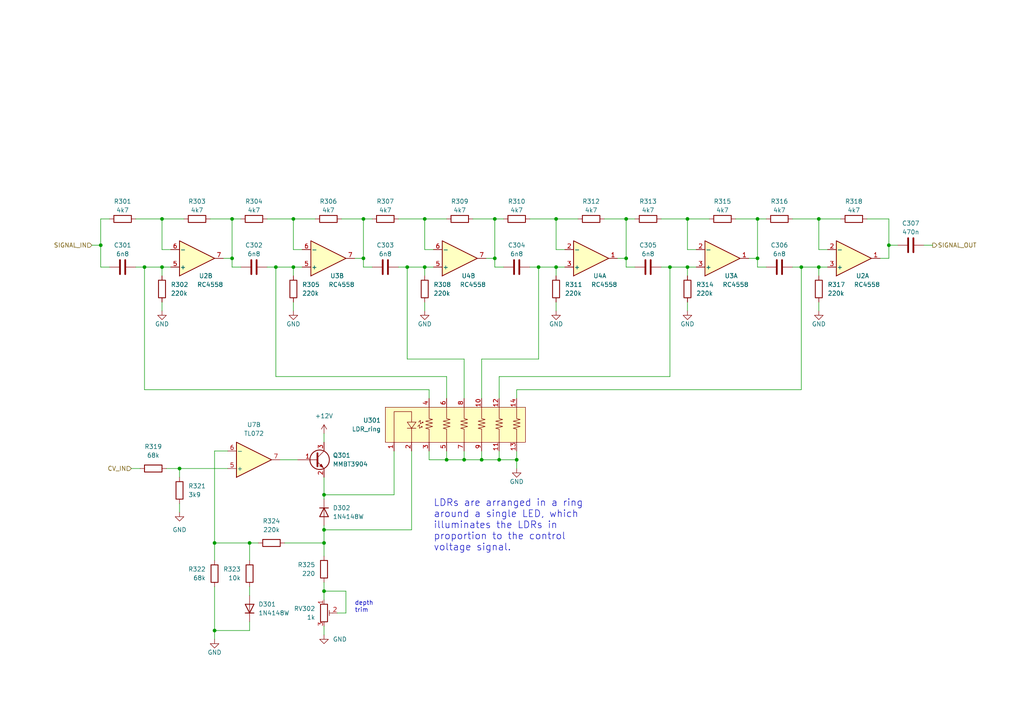
<source format=kicad_sch>
(kicad_sch (version 20211123) (generator eeschema)
  (paper "A4")
  (title_block (title "Phasor II Clone") (date "2022-10-15") (rev "0") (comment 2 "creativecommons.org/licenses/by/4.0/") (comment 3 "License: CC by 4.0: ") (comment 4 "Author: Jordan Aceto"))
  (lib_symbols
    (symbol "1N4148W_1" (pin_numbers hide) (pin_names hide)
      (property "Reference" "D" (at 0 2.54 0))
      (property "Value" "1N4148W_1" (at 0 -2.54 0))
      (symbol "1N4148W_1_0_1"
        (polyline (pts (xy -1.27 1.27) (xy -1.27 -1.27)) (stroke (width 0.254)))
        (polyline (pts (xy 1.27 0) (xy -1.27 0)))
        (polyline (pts (xy 1.27 1.27) (xy 1.27 -1.27) (xy -1.27 0) (xy 1.27 1.27)) (stroke (width 0.254)))
      )
      (symbol "1N4148W_1_1_1"
        (pin passive line (at -3.81 0 0) (length 2.54) (name "K") (number "1"))
        (pin passive line (at 3.81 0 180) (length 2.54) (name "A") (number "2"))
      )
    )
    (symbol "Amplifier_Operational:RC4558" (pin_names (offset 0.127))
      (property "Reference" "U" (at 0 5.08 0))
      (property "Value" "RC4558" (at 0 -5.08 0))
      (symbol "RC4558_1_1"
        (polyline (pts (xy -5.08 5.08) (xy 5.08 0) (xy -5.08 -5.08) (xy -5.08 5.08)) (stroke (width 0.254)) (fill (type background)))
        (pin output line (at 7.62 0 180) (length 2.54) (name "~") (number "1"))
        (pin input line (at -7.62 -2.54 0) (length 2.54) (name "-") (number "2"))
        (pin input line (at -7.62 2.54 0) (length 2.54) (name "+") (number "3"))
      )
      (symbol "RC4558_2_1"
        (polyline (pts (xy -5.08 5.08) (xy 5.08 0) (xy -5.08 -5.08) (xy -5.08 5.08)) (stroke (width 0.254)) (fill (type background)))
        (pin input line (at -7.62 2.54 0) (length 2.54) (name "+") (number "5"))
        (pin input line (at -7.62 -2.54 0) (length 2.54) (name "-") (number "6"))
        (pin output line (at 7.62 0 180) (length 2.54) (name "~") (number "7"))
      )
      (symbol "RC4558_3_1"
        (pin power_in line (at -2.54 -7.62 90) (length 3.81) (name "V-") (number "4"))
        (pin power_in line (at -2.54 7.62 270) (length 3.81) (name "V+") (number "8"))
      )
    )
    (symbol "Amplifier_Operational:TL072" (pin_names (offset 0.127))
      (property "Reference" "U" (at 0 5.08 0))
      (property "Value" "TL072" (at 0 -5.08 0))
      (symbol "TL072_1_1"
        (polyline (pts (xy -5.08 5.08) (xy 5.08 0) (xy -5.08 -5.08) (xy -5.08 5.08)) (stroke (width 0.254)) (fill (type background)))
        (pin output line (at 7.62 0 180) (length 2.54) (name "~") (number "1"))
        (pin input line (at -7.62 -2.54 0) (length 2.54) (name "-") (number "2"))
        (pin input line (at -7.62 2.54 0) (length 2.54) (name "+") (number "3"))
      )
      (symbol "TL072_2_1"
        (polyline (pts (xy -5.08 5.08) (xy 5.08 0) (xy -5.08 -5.08) (xy -5.08 5.08)) (stroke (width 0.254)) (fill (type background)))
        (pin input line (at -7.62 2.54 0) (length 2.54) (name "+") (number "5"))
        (pin input line (at -7.62 -2.54 0) (length 2.54) (name "-") (number "6"))
        (pin output line (at 7.62 0 180) (length 2.54) (name "~") (number "7"))
      )
      (symbol "TL072_3_1"
        (pin power_in line (at -2.54 -7.62 90) (length 3.81) (name "V-") (number "4"))
        (pin power_in line (at -2.54 7.62 270) (length 3.81) (name "V+") (number "8"))
      )
    )
    (symbol "Device:C" (pin_numbers hide) (pin_names (offset 0.254))
      (property "Reference" "C" (at 0.635 2.54 0))
      (property "Value" "C" (at 0.635 -2.54 0))
      (symbol "C_0_1"
        (polyline (pts (xy -2.032 -0.762) (xy 2.032 -0.762)) (stroke (width 0.508)))
        (polyline (pts (xy -2.032 0.762) (xy 2.032 0.762)) (stroke (width 0.508)))
      )
      (symbol "C_1_1"
        (pin passive line (at 0 3.81 270) (length 2.794) (name "~") (number "1"))
        (pin passive line (at 0 -3.81 90) (length 2.794) (name "~") (number "2"))
      )
    )
    (symbol "Device:R" (pin_numbers hide) (pin_names (offset 0))
      (property "Reference" "R" (at 2.032 0 90))
      (property "Value" "R" (at 0 0 90))
      (symbol "R_0_1"
        (rectangle (start -1.016 -2.54) (end 1.016 2.54) (stroke (width 0.254)))
      )
      (symbol "R_1_1"
        (pin passive line (at 0 3.81 270) (length 1.27) (name "~") (number "1"))
        (pin passive line (at 0 -3.81 90) (length 1.27) (name "~") (number "2"))
      )
    )
    (symbol "Device:R_Potentiometer_Trim" (pin_names (offset 1.016) hide)
      (property "Reference" "RV" (at -4.445 0 90))
      (property "Value" "R_Potentiometer_Trim" (at -2.54 0 90))
      (symbol "R_Potentiometer_Trim_0_1"
        (polyline (pts (xy 1.524 0.762) (xy 1.524 -0.762)))
        (polyline (pts (xy 2.54 0) (xy 1.524 0)))
        (rectangle (start 1.016 2.54) (end -1.016 -2.54) (stroke (width 0.254)))
      )
      (symbol "R_Potentiometer_Trim_1_1"
        (pin passive line (at 0 3.81 270) (length 1.27) (name "1") (number "1"))
        (pin passive line (at 3.81 0 180) (length 1.27) (name "2") (number "2"))
        (pin passive line (at 0 -3.81 90) (length 1.27) (name "3") (number "3"))
      )
    )
    (symbol "Diode:1N4148W" (pin_numbers hide) (pin_names hide)
      (property "Reference" "D" (at 0 2.54 0))
      (property "Value" "1N4148W" (at 0 -2.54 0))
      (symbol "1N4148W_0_1"
        (polyline (pts (xy -1.27 1.27) (xy -1.27 -1.27)) (stroke (width 0.254)))
        (polyline (pts (xy 1.27 0) (xy -1.27 0)))
        (polyline (pts (xy 1.27 1.27) (xy 1.27 -1.27) (xy -1.27 0) (xy 1.27 1.27)) (stroke (width 0.254)))
      )
      (symbol "1N4148W_1_1"
        (pin passive line (at -3.81 0 0) (length 2.54) (name "K") (number "1"))
        (pin passive line (at 3.81 0 180) (length 2.54) (name "A") (number "2"))
      )
    )
    (symbol "Transistor_BJT:MMBT3904" (pin_names (offset 0) hide)
      (property "Reference" "Q" (at 5.08 1.905 0))
      (property "Value" "MMBT3904" (at 5.08 0 0))
      (symbol "MMBT3904_0_1"
        (polyline (pts (xy 0.635 0.635) (xy 2.54 2.54)))
        (polyline (pts (xy 0.635 -0.635) (xy 2.54 -2.54) (xy 2.54 -2.54)))
        (polyline (pts (xy 0.635 1.905) (xy 0.635 -1.905) (xy 0.635 -1.905)) (stroke (width 0.508)))
        (polyline (pts (xy 1.27 -1.778) (xy 1.778 -1.27) (xy 2.286 -2.286) (xy 1.27 -1.778) (xy 1.27 -1.778)) (fill (type outline)))
        (circle (center 1.27 0) (radius 2.8194) (stroke (width 0.254)))
      )
      (symbol "MMBT3904_1_1"
        (pin input line (at -5.08 0 0) (length 5.715) (name "B") (number "1"))
        (pin passive line (at 2.54 -5.08 90) (length 2.54) (name "E") (number "2"))
        (pin passive line (at 2.54 5.08 270) (length 2.54) (name "C") (number "3"))
      )
    )
    (symbol "custom_symbols:LDR_ring"
      (property "Reference" "U" (at -13.97 10.16 0))
      (property "Value" "LDR_ring" (at -15.24 7.62 0))
      (symbol "LDR_ring_0_1"
        (rectangle (start -20.32 -5.08) (end 20.32 5.08) (fill (type background)))
        (polyline (pts (xy -12.7 -1.27) (xy -12.7 -5.08)))
        (polyline (pts (xy -12.7 -1.016) (xy -12.7 -1.27)))
        (polyline (pts (xy -12.7 1.27) (xy -12.7 0.762)))
        (polyline (pts (xy -11.43 -1.016) (xy -13.97 -1.016)))
        (polyline (pts (xy -12.7 1.27) (xy -12.7 3.81) (xy -17.78 3.81) (xy -17.78 -5.08)))
        (polyline (pts (xy -11.43 0.762) (xy -12.7 -1.016) (xy -13.97 0.762) (xy -11.43 0.762)))
        (polyline (pts (xy -10.922 -0.508) (xy -10.414 0) (xy -10.414 -1.016) (xy -9.652 -0.508)))
        (polyline (pts (xy -10.668 0.762) (xy -10.16 1.27) (xy -10.16 0.254) (xy -9.398 0.762)))
        (polyline (pts (xy -9.652 -0.508) (xy -9.652 -0.762) (xy -9.906 -0.508) (xy -9.652 -0.508)))
        (polyline (pts (xy -9.398 0.762) (xy -9.398 0.508) (xy -9.652 0.762) (xy -9.398 0.762)))
        (polyline (pts (xy -7.62 5.08) (xy -7.62 1.778) (xy -6.604 1.524) (xy -8.636 1.016) (xy -6.604 0.508) (xy -8.636 0) (xy -6.604 -0.508) (xy -8.636 -1.016) (xy -7.62 -1.27) (xy -7.62 -5.08)))
        (polyline (pts (xy -2.54 5.08) (xy -2.54 1.778) (xy -1.524 1.524) (xy -3.556 1.016) (xy -1.524 0.508) (xy -3.556 0) (xy -1.524 -0.508) (xy -3.556 -1.016) (xy -2.54 -1.27) (xy -2.54 -5.08)))
        (polyline (pts (xy 2.54 5.08) (xy 2.54 1.778) (xy 3.556 1.524) (xy 1.524 1.016) (xy 3.556 0.508) (xy 1.524 0) (xy 3.556 -0.508) (xy 1.524 -1.016) (xy 2.54 -1.27) (xy 2.54 -5.08)))
        (polyline (pts (xy 7.62 5.08) (xy 7.62 1.778) (xy 8.636 1.524) (xy 6.604 1.016) (xy 8.636 0.508) (xy 6.604 0) (xy 8.636 -0.508) (xy 6.604 -1.016) (xy 7.62 -1.27) (xy 7.62 -5.08)))
        (polyline (pts (xy 12.7 5.08) (xy 12.7 1.778) (xy 13.716 1.524) (xy 11.684 1.016) (xy 13.716 0.508) (xy 11.684 0) (xy 13.716 -0.508) (xy 11.684 -1.016) (xy 12.7 -1.27) (xy 12.7 -5.08)))
        (polyline (pts (xy 17.78 5.08) (xy 17.78 1.778) (xy 18.796 1.524) (xy 16.764 1.016) (xy 18.796 0.508) (xy 16.764 0) (xy 18.796 -0.508) (xy 16.764 -1.016) (xy 17.78 -1.27) (xy 17.78 -5.08)))
      )
      (symbol "LDR_ring_1_1"
        (pin passive line (at -17.78 -7.62 90) (length 2.54) (name "") (number "1"))
        (pin passive line (at 7.62 7.62 270) (length 2.54) (name "") (number "10"))
        (pin passive line (at 12.7 -7.62 90) (length 2.54) (name "") (number "11"))
        (pin passive line (at 12.7 7.62 270) (length 2.54) (name "") (number "12"))
        (pin passive line (at 17.78 -7.62 90) (length 2.54) (name "") (number "13"))
        (pin passive line (at 17.78 7.62 270) (length 2.54) (name "") (number "14"))
        (pin passive line (at -12.7 -7.62 90) (length 2.54) (name "") (number "2"))
        (pin passive line (at -7.62 -7.62 90) (length 2.54) (name "") (number "3"))
        (pin passive line (at -7.62 7.62 270) (length 2.54) (name "") (number "4"))
        (pin passive line (at -2.54 -7.62 90) (length 2.54) (name "") (number "5"))
        (pin passive line (at -2.54 7.62 270) (length 2.54) (name "") (number "6"))
        (pin passive line (at 2.54 -7.62 90) (length 2.54) (name "") (number "7"))
        (pin passive line (at 2.54 7.62 270) (length 2.54) (name "") (number "8"))
        (pin passive line (at 7.62 -7.62 90) (length 2.54) (name "") (number "9"))
      )
    )
    (symbol "power:+12V" (power) (pin_names (offset 0))
      (property "Value" "+12V" (at 0 3.556 0))
      (symbol "+12V_0_1"
        (polyline (pts (xy -0.762 1.27) (xy 0 2.54)))
        (polyline (pts (xy 0 0) (xy 0 2.54)))
        (polyline (pts (xy 0 2.54) (xy 0.762 1.27)))
      )
      (symbol "+12V_1_1"
        (pin power_in line (at 0 0 90) (length 0) hide (name "+12V") (number "1"))
      )
    )
    (symbol "power:GND" (power) (pin_names (offset 0))
      (property "Value" "GND" (at 0 -3.81 0))
      (symbol "GND_0_1"
        (polyline (pts (xy 0 0) (xy 0 -1.27) (xy 1.27 -1.27) (xy 0 -2.54) (xy -1.27 -1.27) (xy 0 -1.27)))
      )
      (symbol "GND_1_1"
        (pin power_in line (at 0 0 270) (length 0) hide (name "GND") (number "1"))
      )
    )
  )
  (junction (at 257.81 71.12))
  (junction (at 144.78 133.35))
  (junction (at 105.41 63.5))
  (junction (at 118.11 77.47))
  (junction (at 62.23 182.88))
  (junction (at 41.91 77.47))
  (junction (at 143.51 63.5))
  (junction (at 105.41 74.93))
  (junction (at 29.21 71.12))
  (junction (at 161.29 77.47))
  (junction (at 93.98 157.48))
  (junction (at 46.99 77.47))
  (junction (at 181.61 63.5))
  (junction (at 237.49 77.47))
  (junction (at 85.09 77.47))
  (junction (at 199.39 77.47))
  (junction (at 194.31 77.47))
  (junction (at 219.71 63.5))
  (junction (at 93.98 153.67))
  (junction (at 143.51 74.93))
  (junction (at 67.31 74.93))
  (junction (at 219.71 74.93))
  (junction (at 62.23 157.48))
  (junction (at 93.98 143.51))
  (junction (at 237.49 63.5))
  (junction (at 93.98 171.45))
  (junction (at 156.21 77.47))
  (junction (at 80.01 77.47))
  (junction (at 181.61 74.93))
  (junction (at 161.29 63.5))
  (junction (at 46.99 63.5))
  (junction (at 129.54 133.35))
  (junction (at 85.09 63.5))
  (junction (at 199.39 63.5))
  (junction (at 72.39 157.48))
  (junction (at 67.31 63.5))
  (junction (at 123.19 77.47))
  (junction (at 139.7 133.35))
  (junction (at 134.62 133.35))
  (junction (at 232.41 77.47))
  (junction (at 52.07 135.89))
  (junction (at 149.86 133.35))
  (junction (at 123.19 63.5))
  (wire (pts (xy 219.71 74.93) (xy 219.71 77.47)))
  (wire (pts (xy 93.98 184.15) (xy 93.98 181.61)))
  (wire (pts (xy 52.07 135.89) (xy 66.04 135.89)))
  (wire (pts (xy 123.19 63.5) (xy 129.54 63.5)))
  (wire (pts (xy 219.71 63.5) (xy 222.25 63.5)))
  (wire (pts (xy 26.67 71.12) (xy 29.21 71.12)))
  (wire (pts (xy 80.01 77.47) (xy 80.01 109.22)))
  (wire (pts (xy 93.98 143.51) (xy 114.3 143.51)))
  (wire (pts (xy 62.23 185.42) (xy 62.23 182.88)))
  (wire (pts (xy 156.21 77.47) (xy 161.29 77.47)))
  (wire (pts (xy 129.54 115.57) (xy 129.54 109.22)))
  (wire (pts (xy 115.57 77.47) (xy 118.11 77.47)))
  (wire (pts (xy 217.17 74.93) (xy 219.71 74.93)))
  (wire (pts (xy 161.29 87.63) (xy 161.29 90.17)))
  (wire (pts (xy 199.39 63.5) (xy 205.74 63.5)))
  (wire (pts (xy 46.99 63.5) (xy 53.34 63.5)))
  (wire (pts (xy 46.99 87.63) (xy 46.99 90.17)))
  (wire (pts (xy 257.81 71.12) (xy 257.81 74.93)))
  (wire (pts (xy 134.62 115.57) (xy 134.62 104.14)))
  (wire (pts (xy 100.33 177.8) (xy 100.33 171.45)))
  (wire (pts (xy 123.19 72.39) (xy 125.73 72.39)))
  (wire (pts (xy 85.09 77.47) (xy 85.09 80.01)))
  (wire (pts (xy 232.41 77.47) (xy 232.41 113.03)))
  (wire (pts (xy 115.57 63.5) (xy 123.19 63.5)))
  (wire (pts (xy 85.09 63.5) (xy 85.09 72.39)))
  (wire (pts (xy 134.62 130.81) (xy 134.62 133.35)))
  (wire (pts (xy 29.21 63.5) (xy 31.75 63.5)))
  (wire (pts (xy 80.01 77.47) (xy 85.09 77.47)))
  (wire (pts (xy 134.62 133.35) (xy 139.7 133.35)))
  (wire (pts (xy 67.31 77.47) (xy 69.85 77.47)))
  (wire (pts (xy 93.98 153.67) (xy 119.38 153.67)))
  (wire (pts (xy 48.26 135.89) (xy 52.07 135.89)))
  (wire (pts (xy 199.39 63.5) (xy 199.39 72.39)))
  (wire (pts (xy 213.36 63.5) (xy 219.71 63.5)))
  (wire (pts (xy 143.51 74.93) (xy 143.51 77.47)))
  (wire (pts (xy 52.07 148.59) (xy 52.07 146.05)))
  (wire (pts (xy 143.51 74.93) (xy 143.51 63.5)))
  (wire (pts (xy 77.47 63.5) (xy 85.09 63.5)))
  (wire (pts (xy 153.67 63.5) (xy 161.29 63.5)))
  (wire (pts (xy 119.38 153.67) (xy 119.38 130.81)))
  (wire (pts (xy 161.29 63.5) (xy 161.29 72.39)))
  (wire (pts (xy 191.77 63.5) (xy 199.39 63.5)))
  (wire (pts (xy 237.49 63.5) (xy 237.49 72.39)))
  (wire (pts (xy 62.23 157.48) (xy 62.23 162.56)))
  (wire (pts (xy 93.98 138.43) (xy 93.98 143.51)))
  (wire (pts (xy 62.23 157.48) (xy 62.23 130.81)))
  (wire (pts (xy 199.39 87.63) (xy 199.39 90.17)))
  (wire (pts (xy 72.39 162.56) (xy 72.39 157.48)))
  (wire (pts (xy 229.87 77.47) (xy 232.41 77.47)))
  (wire (pts (xy 191.77 77.47) (xy 194.31 77.47)))
  (wire (pts (xy 99.06 63.5) (xy 105.41 63.5)))
  (wire (pts (xy 255.27 74.93) (xy 257.81 74.93)))
  (wire (pts (xy 72.39 157.48) (xy 74.93 157.48)))
  (wire (pts (xy 123.19 77.47) (xy 125.73 77.47)))
  (wire (pts (xy 100.33 171.45) (xy 93.98 171.45)))
  (wire (pts (xy 77.47 77.47) (xy 80.01 77.47)))
  (wire (pts (xy 194.31 77.47) (xy 194.31 109.22)))
  (wire (pts (xy 139.7 115.57) (xy 139.7 104.14)))
  (wire (pts (xy 161.29 72.39) (xy 163.83 72.39)))
  (wire (pts (xy 72.39 170.18) (xy 72.39 172.72)))
  (wire (pts (xy 144.78 130.81) (xy 144.78 133.35)))
  (wire (pts (xy 143.51 77.47) (xy 146.05 77.47)))
  (wire (pts (xy 29.21 71.12) (xy 29.21 77.47)))
  (wire (pts (xy 139.7 133.35) (xy 144.78 133.35)))
  (wire (pts (xy 118.11 77.47) (xy 123.19 77.47)))
  (wire (pts (xy 123.19 87.63) (xy 123.19 90.17)))
  (wire (pts (xy 129.54 109.22) (xy 80.01 109.22)))
  (wire (pts (xy 149.86 113.03) (xy 232.41 113.03)))
  (wire (pts (xy 156.21 77.47) (xy 156.21 104.14)))
  (wire (pts (xy 237.49 77.47) (xy 237.49 80.01)))
  (wire (pts (xy 85.09 77.47) (xy 87.63 77.47)))
  (wire (pts (xy 93.98 143.51) (xy 93.98 144.78)))
  (wire (pts (xy 139.7 104.14) (xy 156.21 104.14)))
  (wire (pts (xy 67.31 63.5) (xy 69.85 63.5)))
  (wire (pts (xy 46.99 77.47) (xy 46.99 80.01)))
  (wire (pts (xy 62.23 170.18) (xy 62.23 182.88)))
  (wire (pts (xy 181.61 63.5) (xy 181.61 74.93)))
  (wire (pts (xy 97.79 177.8) (xy 100.33 177.8)))
  (wire (pts (xy 181.61 63.5) (xy 184.15 63.5)))
  (wire (pts (xy 62.23 130.81) (xy 66.04 130.81)))
  (wire (pts (xy 143.51 63.5) (xy 146.05 63.5)))
  (wire (pts (xy 124.46 130.81) (xy 124.46 133.35)))
  (wire (pts (xy 85.09 63.5) (xy 91.44 63.5)))
  (wire (pts (xy 251.46 63.5) (xy 257.81 63.5)))
  (wire (pts (xy 161.29 63.5) (xy 167.64 63.5)))
  (wire (pts (xy 140.97 74.93) (xy 143.51 74.93)))
  (wire (pts (xy 93.98 157.48) (xy 93.98 161.29)))
  (wire (pts (xy 105.41 77.47) (xy 107.95 77.47)))
  (wire (pts (xy 81.28 133.35) (xy 86.36 133.35)))
  (wire (pts (xy 179.07 74.93) (xy 181.61 74.93)))
  (wire (pts (xy 149.86 115.57) (xy 149.86 113.03)))
  (wire (pts (xy 129.54 130.81) (xy 129.54 133.35)))
  (wire (pts (xy 237.49 72.39) (xy 240.03 72.39)))
  (wire (pts (xy 144.78 115.57) (xy 144.78 109.22)))
  (wire (pts (xy 82.55 157.48) (xy 93.98 157.48)))
  (wire (pts (xy 67.31 74.93) (xy 67.31 63.5)))
  (wire (pts (xy 149.86 133.35) (xy 149.86 135.89)))
  (wire (pts (xy 161.29 77.47) (xy 161.29 80.01)))
  (wire (pts (xy 105.41 74.93) (xy 105.41 63.5)))
  (wire (pts (xy 181.61 74.93) (xy 181.61 77.47)))
  (wire (pts (xy 181.61 77.47) (xy 184.15 77.47)))
  (wire (pts (xy 153.67 77.47) (xy 156.21 77.47)))
  (wire (pts (xy 93.98 152.4) (xy 93.98 153.67)))
  (wire (pts (xy 144.78 109.22) (xy 194.31 109.22)))
  (wire (pts (xy 85.09 72.39) (xy 87.63 72.39)))
  (wire (pts (xy 123.19 63.5) (xy 123.19 72.39)))
  (wire (pts (xy 199.39 72.39) (xy 201.93 72.39)))
  (wire (pts (xy 144.78 133.35) (xy 149.86 133.35)))
  (wire (pts (xy 93.98 125.73) (xy 93.98 128.27)))
  (wire (pts (xy 105.41 63.5) (xy 107.95 63.5)))
  (wire (pts (xy 46.99 77.47) (xy 49.53 77.47)))
  (wire (pts (xy 52.07 135.89) (xy 52.07 138.43)))
  (wire (pts (xy 124.46 133.35) (xy 129.54 133.35)))
  (wire (pts (xy 67.31 77.47) (xy 67.31 74.93)))
  (wire (pts (xy 232.41 77.47) (xy 237.49 77.47)))
  (wire (pts (xy 124.46 113.03) (xy 41.91 113.03)))
  (wire (pts (xy 237.49 63.5) (xy 243.84 63.5)))
  (wire (pts (xy 102.87 74.93) (xy 105.41 74.93)))
  (wire (pts (xy 237.49 77.47) (xy 240.03 77.47)))
  (wire (pts (xy 39.37 77.47) (xy 41.91 77.47)))
  (wire (pts (xy 29.21 77.47) (xy 31.75 77.47)))
  (wire (pts (xy 46.99 72.39) (xy 49.53 72.39)))
  (wire (pts (xy 93.98 168.91) (xy 93.98 171.45)))
  (wire (pts (xy 124.46 115.57) (xy 124.46 113.03)))
  (wire (pts (xy 60.96 63.5) (xy 67.31 63.5)))
  (wire (pts (xy 105.41 77.47) (xy 105.41 74.93)))
  (wire (pts (xy 229.87 63.5) (xy 237.49 63.5)))
  (wire (pts (xy 41.91 77.47) (xy 41.91 113.03)))
  (wire (pts (xy 64.77 74.93) (xy 67.31 74.93)))
  (wire (pts (xy 199.39 77.47) (xy 201.93 77.47)))
  (wire (pts (xy 149.86 133.35) (xy 149.86 130.81)))
  (wire (pts (xy 114.3 143.51) (xy 114.3 130.81)))
  (wire (pts (xy 41.91 77.47) (xy 46.99 77.47)))
  (wire (pts (xy 161.29 77.47) (xy 163.83 77.47)))
  (wire (pts (xy 257.81 63.5) (xy 257.81 71.12)))
  (wire (pts (xy 129.54 133.35) (xy 134.62 133.35)))
  (wire (pts (xy 194.31 77.47) (xy 199.39 77.47)))
  (wire (pts (xy 267.97 71.12) (xy 270.51 71.12)))
  (wire (pts (xy 85.09 87.63) (xy 85.09 90.17)))
  (wire (pts (xy 118.11 77.47) (xy 118.11 104.14)))
  (wire (pts (xy 62.23 157.48) (xy 72.39 157.48)))
  (wire (pts (xy 72.39 180.34) (xy 72.39 182.88)))
  (wire (pts (xy 139.7 130.81) (xy 139.7 133.35)))
  (wire (pts (xy 93.98 153.67) (xy 93.98 157.48)))
  (wire (pts (xy 123.19 77.47) (xy 123.19 80.01)))
  (wire (pts (xy 137.16 63.5) (xy 143.51 63.5)))
  (wire (pts (xy 134.62 104.14) (xy 118.11 104.14)))
  (wire (pts (xy 46.99 63.5) (xy 46.99 72.39)))
  (wire (pts (xy 38.1 135.89) (xy 40.64 135.89)))
  (wire (pts (xy 237.49 87.63) (xy 237.49 90.17)))
  (wire (pts (xy 260.35 71.12) (xy 257.81 71.12)))
  (wire (pts (xy 219.71 77.47) (xy 222.25 77.47)))
  (wire (pts (xy 199.39 77.47) (xy 199.39 80.01)))
  (wire (pts (xy 29.21 63.5) (xy 29.21 71.12)))
  (wire (pts (xy 175.26 63.5) (xy 181.61 63.5)))
  (wire (pts (xy 39.37 63.5) (xy 46.99 63.5)))
  (wire (pts (xy 219.71 74.93) (xy 219.71 63.5)))
  (wire (pts (xy 93.98 171.45) (xy 93.98 173.99)))
  (wire (pts (xy 62.23 182.88) (xy 72.39 182.88)))
  (text "LDRs are arranged in a ring\naround a single LED, which \nilluminates the LDRs in \nproportion to the control\nvoltage signal." (at 125.73 160.02 0) (effects (font (size 2 2)) (justify left bottom)))
  (text "depth\ntrim" (at 102.87 177.8 0) (effects (font (size 1.27 1.27)) (justify left bottom)))
  (hierarchical_label "CV_IN" (shape input) (at 38.1 135.89 180))
  (hierarchical_label "SIGNAL_IN" (shape input) (at 26.67 71.12 180))
  (hierarchical_label "SIGNAL_OUT" (shape output) (at 270.51 71.12 0))
  (symbol (lib_id "Device:R") (at 226.06 63.5 90) (unit 1)
    (property "Reference" "R316" (at 226.06 58.42 90))
    (property "Value" "4k7" (at 226.06 60.96 90))
    (property "Footprint" "Resistor_SMD:R_0603_1608Metric" (effects hide))
  )
  (symbol (lib_id "Device:R") (at 62.23 166.37 0) (mirror x) (unit 1)
    (property "Reference" "R322" (at 59.69 165.0999 0) (effects (justify right)))
    (property "Value" "68k" (at 59.69 167.6399 0) (effects (justify right)))
    (property "Footprint" "Resistor_SMD:R_0603_1608Metric" (effects hide))
  )
  (symbol (lib_id "Amplifier_Operational:RC4558") (at 57.15 74.93 0) (mirror x) (unit 2)
    (property "Reference" "U2" (at 59.69 80.01 0))
    (property "Value" "RC4558" (at 60.96 82.55 0))
    (property "Footprint" "Package_SO:SOIC-8_3.9x4.9mm_P1.27mm" (effects hide))
    (property "Datasheet" "http://www.ti.com/lit/ds/symlink/rc4558.pdf" (effects hide))
  )
  (symbol (lib_id "Device:R") (at 72.39 166.37 0) (mirror x) (unit 1)
    (property "Reference" "R323" (at 69.85 165.0999 0) (effects (justify right)))
    (property "Value" "10k" (at 69.85 167.6399 0) (effects (justify right)))
    (property "Footprint" "Resistor_SMD:R_0603_1608Metric" (effects hide))
  )
  (symbol (lib_id "Device:R") (at 187.96 63.5 90) (unit 1)
    (property "Reference" "R313" (at 187.96 58.42 90))
    (property "Value" "4k7" (at 187.96 60.96 90))
    (property "Footprint" "Resistor_SMD:R_0603_1608Metric" (effects hide))
  )
  (symbol (lib_id "Device:R") (at 209.55 63.5 90) (unit 1)
    (property "Reference" "R315" (at 209.55 58.42 90))
    (property "Value" "4k7" (at 209.55 60.96 90))
    (property "Footprint" "Resistor_SMD:R_0603_1608Metric" (effects hide))
  )
  (symbol (lib_id "Amplifier_Operational:TL072") (at 73.66 133.35 0) (mirror x) (unit 2)
    (property "Reference" "U7" (at 73.66 123.19 0))
    (property "Value" "TL072" (at 73.66 125.73 0))
    (property "Footprint" "Package_SO:SOIC-8_3.9x4.9mm_P1.27mm" (effects hide))
    (property "Datasheet" "http://www.ti.com/lit/ds/symlink/tl071.pdf" (effects hide))
  )
  (symbol (lib_id "Device:R") (at 237.49 83.82 0) (unit 1)
    (property "Reference" "R317" (at 240.03 82.5499 0) (effects (justify left)))
    (property "Value" "220k" (at 240.03 85.0899 0) (effects (justify left)))
    (property "Footprint" "Resistor_SMD:R_0603_1608Metric" (effects hide))
  )
  (symbol (lib_id "power:GND") (at 199.39 90.17 0) (unit 1)
    (property "Reference" "#PWR021" (effects hide))
    (property "Value" "GND" (at 199.39 93.98 0))
  )
  (symbol (lib_id "Device:R") (at 247.65 63.5 90) (unit 1)
    (property "Reference" "R318" (at 247.65 58.42 90))
    (property "Value" "4k7" (at 247.65 60.96 90))
    (property "Footprint" "Resistor_SMD:R_0603_1608Metric" (effects hide))
  )
  (symbol (lib_id "Amplifier_Operational:RC4558") (at 171.45 74.93 0) (mirror x) (unit 1)
    (property "Reference" "U4" (at 173.99 80.01 0))
    (property "Value" "RC4558" (at 175.26 82.55 0))
    (property "Footprint" "Package_SO:SOIC-8_3.9x4.9mm_P1.27mm" (effects hide))
    (property "Datasheet" "http://www.ti.com/lit/ds/symlink/rc4558.pdf" (effects hide))
  )
  (symbol (lib_id "Device:R") (at 111.76 63.5 90) (unit 1)
    (property "Reference" "R307" (at 111.76 58.42 90))
    (property "Value" "4k7" (at 111.76 60.96 90))
    (property "Footprint" "Resistor_SMD:R_0603_1608Metric" (effects hide))
  )
  (symbol (lib_id "Amplifier_Operational:RC4558") (at 209.55 74.93 0) (mirror x) (unit 1)
    (property "Reference" "U3" (at 212.09 80.01 0))
    (property "Value" "RC4558" (at 213.36 82.55 0))
    (property "Footprint" "Package_SO:SOIC-8_3.9x4.9mm_P1.27mm" (effects hide))
    (property "Datasheet" "http://www.ti.com/lit/ds/symlink/rc4558.pdf" (effects hide))
  )
  (symbol (lib_id "Device:R") (at 85.09 83.82 0) (unit 1)
    (property "Reference" "R305" (at 87.63 82.5499 0) (effects (justify left)))
    (property "Value" "220k" (at 87.63 85.0899 0) (effects (justify left)))
    (property "Footprint" "Resistor_SMD:R_0603_1608Metric" (effects hide))
  )
  (symbol (lib_id "Device:R") (at 52.07 142.24 180) (unit 1)
    (property "Reference" "R321" (at 54.61 140.9699 0) (effects (justify right)))
    (property "Value" "3k9" (at 54.61 143.5099 0) (effects (justify right)))
    (property "Footprint" "Resistor_SMD:R_0603_1608Metric" (effects hide))
  )
  (symbol (lib_id "power:GND") (at 93.98 184.15 0) (mirror y) (unit 1)
    (property "Reference" "#PWR0306" (effects hide))
    (property "Value" "GND" (at 96.52 185.4199 0) (effects (justify right)))
  )
  (symbol (lib_id "power:GND") (at 123.19 90.17 0) (unit 1)
    (property "Reference" "#PWR015" (effects hide))
    (property "Value" "GND" (at 123.19 93.98 0))
  )
  (symbol (lib_id "Device:R") (at 133.35 63.5 90) (unit 1)
    (property "Reference" "R309" (at 133.35 58.42 90))
    (property "Value" "4k7" (at 133.35 60.96 90))
    (property "Footprint" "Resistor_SMD:R_0603_1608Metric" (effects hide))
  )
  (symbol (lib_id "Device:R") (at 73.66 63.5 90) (unit 1)
    (property "Reference" "R304" (at 73.66 58.42 90))
    (property "Value" "4k7" (at 73.66 60.96 90))
    (property "Footprint" "Resistor_SMD:R_0603_1608Metric" (effects hide))
  )
  (symbol (lib_id "Device:R") (at 149.86 63.5 90) (unit 1)
    (property "Reference" "R310" (at 149.86 58.42 90))
    (property "Value" "4k7" (at 149.86 60.96 90))
    (property "Footprint" "Resistor_SMD:R_0603_1608Metric" (effects hide))
  )
  (symbol (lib_id "Device:R_Potentiometer_Trim") (at 93.98 177.8 0) (unit 1)
    (property "Reference" "RV302" (at 91.44 176.5299 0) (effects (justify right)))
    (property "Value" "1k" (at 91.44 179.0699 0) (effects (justify right)))
    (property "Footprint" "Potentiometer_THT:Potentiometer_Bourns_3296W_Vertical" (effects hide))
  )
  (symbol (lib_id "Amplifier_Operational:RC4558") (at 133.35 74.93 0) (mirror x) (unit 2)
    (property "Reference" "U4" (at 135.89 80.01 0))
    (property "Value" "RC4558" (at 137.16 82.55 0))
    (property "Footprint" "Package_SO:SOIC-8_3.9x4.9mm_P1.27mm" (effects hide))
    (property "Datasheet" "http://www.ti.com/lit/ds/symlink/rc4558.pdf" (effects hide))
  )
  (symbol (lib_id "Device:R") (at 35.56 63.5 90) (unit 1)
    (property "Reference" "R301" (at 35.56 58.42 90))
    (property "Value" "4k7" (at 35.56 60.96 90))
    (property "Footprint" "Resistor_SMD:R_0603_1608Metric" (effects hide))
  )
  (symbol (lib_id "power:GND") (at 161.29 90.17 0) (unit 1)
    (property "Reference" "#PWR019" (effects hide))
    (property "Value" "GND" (at 161.29 93.98 0))
  )
  (symbol (lib_id "Device:R") (at 93.98 165.1 0) (mirror x) (unit 1)
    (property "Reference" "R325" (at 91.44 163.8299 0) (effects (justify right)))
    (property "Value" "220" (at 91.44 166.3699 0) (effects (justify right)))
    (property "Footprint" "Resistor_SMD:R_0603_1608Metric" (effects hide))
  )
  (symbol (lib_id "power:GND") (at 237.49 90.17 0) (unit 1)
    (property "Reference" "#PWR022" (effects hide))
    (property "Value" "GND" (at 237.49 93.98 0))
  )
  (symbol (lib_id "Device:C") (at 73.66 77.47 90) (unit 1)
    (property "Reference" "C302" (at 73.66 71.12 90))
    (property "Value" "6n8" (at 73.66 73.66 90))
    (property "Footprint" "Capacitor_SMD:C_0805_2012Metric" (effects hide))
  )
  (symbol (lib_id "Transistor_BJT:MMBT3904") (at 91.44 133.35 0) (unit 1)
    (property "Reference" "Q301" (at 96.52 132.0799 0) (effects (justify left)))
    (property "Value" "MMBT3904" (at 96.52 134.6199 0) (effects (justify left)))
    (property "Footprint" "Package_TO_SOT_SMD:SOT-23" (effects hide))
    (property "Datasheet" "https://www.onsemi.com/pub/Collateral/2N3903-D.PDF" (effects hide))
  )
  (symbol (lib_id "Device:R") (at 78.74 157.48 90) (unit 1)
    (property "Reference" "R324" (at 78.74 151.13 90))
    (property "Value" "220k" (at 78.74 153.67 90))
    (property "Footprint" "Resistor_SMD:R_0603_1608Metric" (effects hide))
  )
  (symbol (lib_id "Device:R") (at 57.15 63.5 90) (unit 1)
    (property "Reference" "R303" (at 57.15 58.42 90))
    (property "Value" "4k7" (at 57.15 60.96 90))
    (property "Footprint" "Resistor_SMD:R_0603_1608Metric" (effects hide))
  )
  (symbol (lib_id "custom_symbols:LDR_ring") (at 132.08 123.19 0) (unit 1)
    (property "Reference" "U301" (at 110.49 121.9199 0) (effects (justify right)))
    (property "Value" "LDR_ring" (at 110.49 124.4599 0) (effects (justify right)))
    (property "Footprint" "custom_footprints:LDR_ring" (effects hide))
  )
  (symbol (lib_id "power:+12V") (at 93.98 125.73 0) (unit 1)
    (property "Reference" "#PWR0305" (effects hide))
    (property "Value" "+12V" (at 93.98 120.65 0))
  )
  (symbol (lib_id "Device:C") (at 35.56 77.47 90) (unit 1)
    (property "Reference" "C301" (at 35.56 71.12 90))
    (property "Value" "6n8" (at 35.56 73.66 90))
    (property "Footprint" "Capacitor_SMD:C_0805_2012Metric" (effects hide))
  )
  (symbol (lib_id "Device:R") (at 95.25 63.5 90) (unit 1)
    (property "Reference" "R306" (at 95.25 58.42 90))
    (property "Value" "4k7" (at 95.25 60.96 90))
    (property "Footprint" "Resistor_SMD:R_0603_1608Metric" (effects hide))
  )
  (symbol (lib_id "Amplifier_Operational:RC4558") (at 247.65 74.93 0) (mirror x) (unit 1)
    (property "Reference" "U2" (at 250.19 80.01 0))
    (property "Value" "RC4558" (at 251.46 82.55 0))
    (property "Footprint" "Package_SO:SOIC-8_3.9x4.9mm_P1.27mm" (effects hide))
    (property "Datasheet" "http://www.ti.com/lit/ds/symlink/rc4558.pdf" (effects hide))
  )
  (symbol (lib_id "power:GND") (at 149.86 135.89 0) (mirror y) (unit 1)
    (property "Reference" "#PWR016" (effects hide))
    (property "Value" "GND" (at 149.86 139.7 0))
  )
  (symbol (lib_id "Device:C") (at 111.76 77.47 90) (unit 1)
    (property "Reference" "C303" (at 111.76 71.12 90))
    (property "Value" "6n8" (at 111.76 73.66 90))
    (property "Footprint" "Capacitor_SMD:C_0805_2012Metric" (effects hide))
  )
  (symbol (lib_id "Diode:1N4148W") (at 72.39 176.53 270) (mirror x) (unit 1)
    (property "Reference" "D301" (at 74.93 175.2599 90) (effects (justify left)))
    (property "Value" "1N4148W" (at 74.93 177.7999 90) (effects (justify left)))
    (property "Footprint" "Diode_SMD:D_SOD-123" (effects hide))
    (property "Datasheet" "https://www.vishay.com/docs/85748/1n4148w.pdf" (effects hide))
  )
  (symbol (lib_id "Device:C") (at 149.86 77.47 90) (unit 1)
    (property "Reference" "C304" (at 149.86 71.12 90))
    (property "Value" "6n8" (at 149.86 73.66 90))
    (property "Footprint" "Capacitor_SMD:C_0805_2012Metric" (effects hide))
  )
  (symbol (lib_id "power:GND") (at 62.23 185.42 0) (mirror y) (unit 1)
    (property "Reference" "#PWR0304" (effects hide))
    (property "Value" "GND" (at 62.23 189.23 0))
  )
  (symbol (lib_id "power:GND") (at 46.99 90.17 0) (unit 1)
    (property "Reference" "#PWR011" (effects hide))
    (property "Value" "GND" (at 46.99 93.98 0))
  )
  (symbol (lib_id "Device:R") (at 199.39 83.82 0) (unit 1)
    (property "Reference" "R314" (at 201.93 82.5499 0) (effects (justify left)))
    (property "Value" "220k" (at 201.93 85.0899 0) (effects (justify left)))
    (property "Footprint" "Resistor_SMD:R_0603_1608Metric" (effects hide))
  )
  (symbol (lib_id "Amplifier_Operational:RC4558") (at 95.25 74.93 0) (mirror x) (unit 2)
    (property "Reference" "U3" (at 97.79 80.01 0))
    (property "Value" "RC4558" (at 99.06 82.55 0))
    (property "Footprint" "Package_SO:SOIC-8_3.9x4.9mm_P1.27mm" (effects hide))
    (property "Datasheet" "http://www.ti.com/lit/ds/symlink/rc4558.pdf" (effects hide))
  )
  (symbol (lib_id "Device:R") (at 44.45 135.89 90) (unit 1)
    (property "Reference" "R319" (at 44.45 129.54 90))
    (property "Value" "68k" (at 44.45 132.08 90))
    (property "Footprint" "Resistor_SMD:R_0603_1608Metric" (effects hide))
  )
  (symbol (lib_id "Device:C") (at 226.06 77.47 90) (unit 1)
    (property "Reference" "C306" (at 226.06 71.12 90))
    (property "Value" "6n8" (at 226.06 73.66 90))
    (property "Footprint" "Capacitor_SMD:C_0805_2012Metric" (effects hide))
  )
  (symbol (lib_id "Device:R") (at 161.29 83.82 0) (unit 1)
    (property "Reference" "R311" (at 163.83 82.5499 0) (effects (justify left)))
    (property "Value" "220k" (at 163.83 85.0899 0) (effects (justify left)))
    (property "Footprint" "Resistor_SMD:R_0603_1608Metric" (effects hide))
  )
  (symbol (lib_name "1N4148W_1") (lib_id "Diode:1N4148W") (at 93.98 148.59 270) (unit 1)
    (property "Reference" "D302" (at 96.52 147.3199 90) (effects (justify left)))
    (property "Value" "1N4148W" (at 96.52 149.8599 90) (effects (justify left)))
    (property "Footprint" "Diode_SMD:D_SOD-123" (effects hide))
    (property "Datasheet" "https://www.vishay.com/docs/85748/1n4148w.pdf" (effects hide))
  )
  (symbol (lib_id "Device:R") (at 123.19 83.82 0) (unit 1)
    (property "Reference" "R308" (at 125.73 82.5499 0) (effects (justify left)))
    (property "Value" "220k" (at 125.73 85.0899 0) (effects (justify left)))
    (property "Footprint" "Resistor_SMD:R_0603_1608Metric" (effects hide))
  )
  (symbol (lib_id "Device:C") (at 187.96 77.47 90) (unit 1)
    (property "Reference" "C305" (at 187.96 71.12 90))
    (property "Value" "6n8" (at 187.96 73.66 90))
    (property "Footprint" "Capacitor_SMD:C_0805_2012Metric" (effects hide))
  )
  (symbol (lib_id "Device:R") (at 46.99 83.82 0) (unit 1)
    (property "Reference" "R302" (at 49.53 82.5499 0) (effects (justify left)))
    (property "Value" "220k" (at 49.53 85.0899 0) (effects (justify left)))
    (property "Footprint" "Resistor_SMD:R_0603_1608Metric" (effects hide))
  )
  (symbol (lib_id "power:GND") (at 85.09 90.17 0) (unit 1)
    (property "Reference" "#PWR012" (effects hide))
    (property "Value" "GND" (at 85.09 93.98 0))
  )
  (symbol (lib_id "Device:R") (at 171.45 63.5 90) (unit 1)
    (property "Reference" "R312" (at 171.45 58.42 90))
    (property "Value" "4k7" (at 171.45 60.96 90))
    (property "Footprint" "Resistor_SMD:R_0603_1608Metric" (effects hide))
  )
  (symbol (lib_id "power:GND") (at 52.07 148.59 0) (unit 1)
    (property "Reference" "#PWR0303" (effects hide))
    (property "Value" "GND" (at 52.07 153.67 0))
  )
  (symbol (lib_id "Device:C") (at 264.16 71.12 90) (unit 1)
    (property "Reference" "C307" (at 264.16 64.77 90))
    (property "Value" "470n" (at 264.16 67.31 90))
    (property "Footprint" "Capacitor_THT:C_Rect_L7.0mm_W3.5mm_P5.00mm" (effects hide))
  )
)
</source>
